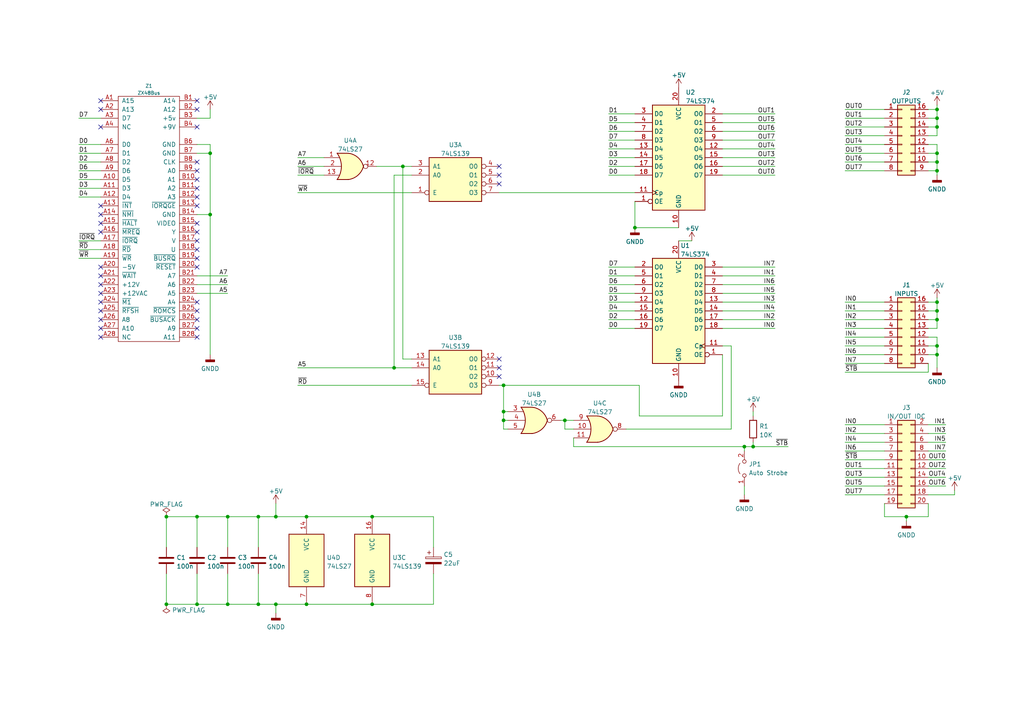
<source format=kicad_sch>
(kicad_sch (version 20211123) (generator eeschema)
  (paper "A4")
  (title_block (title "PIO-SP Clone") (date "2023-11-24") (rev "ISS01"))
  (lib_symbols
    (symbol "74xx:74LS139" (pin_names (offset 1.016))
      (property "Reference" "U" (at -7.62 8.89 0))
      (property "Value" "74LS139" (at -7.62 -8.89 0))
      (symbol "74LS139_1_0"
        (pin input inverted (at -12.7 -5.08 0) (length 5.08) (name "E") (number "1"))
        (pin input line (at -12.7 0 0) (length 5.08) (name "A0") (number "2"))
        (pin input line (at -12.7 2.54 0) (length 5.08) (name "A1") (number "3"))
        (pin output inverted (at 12.7 2.54 180) (length 5.08) (name "O0") (number "4"))
        (pin output inverted (at 12.7 0 180) (length 5.08) (name "O1") (number "5"))
        (pin output inverted (at 12.7 -2.54 180) (length 5.08) (name "O2") (number "6"))
        (pin output inverted (at 12.7 -5.08 180) (length 5.08) (name "O3") (number "7"))
      )
      (symbol "74LS139_1_1"
        (rectangle (start -7.62 5.08) (end 7.62 -7.62) (stroke (width 0.254)) (fill (type background)))
      )
      (symbol "74LS139_2_0"
        (pin output inverted (at 12.7 -2.54 180) (length 5.08) (name "O2") (number "10"))
        (pin output inverted (at 12.7 0 180) (length 5.08) (name "O1") (number "11"))
        (pin output inverted (at 12.7 2.54 180) (length 5.08) (name "O0") (number "12"))
        (pin input line (at -12.7 2.54 0) (length 5.08) (name "A1") (number "13"))
        (pin input line (at -12.7 0 0) (length 5.08) (name "A0") (number "14"))
        (pin input inverted (at -12.7 -5.08 0) (length 5.08) (name "E") (number "15"))
        (pin output inverted (at 12.7 -5.08 180) (length 5.08) (name "O3") (number "9"))
      )
      (symbol "74LS139_2_1"
        (rectangle (start -7.62 5.08) (end 7.62 -7.62) (stroke (width 0.254)) (fill (type background)))
      )
      (symbol "74LS139_3_0"
        (pin power_in line (at 0 12.7 270) (length 5.08) (name "VCC") (number "16"))
        (pin power_in line (at 0 -12.7 90) (length 5.08) (name "GND") (number "8"))
      )
      (symbol "74LS139_3_1"
        (rectangle (start -5.08 7.62) (end 5.08 -7.62) (stroke (width 0.254)) (fill (type background)))
      )
    )
    (symbol "74xx:74LS27" (pin_names (offset 1.016))
      (property "Reference" "U" (at 0 1.27 0))
      (property "Value" "74LS27" (at 0 -1.27 0))
      (symbol "74LS27_1_1"
        (arc (start -3.81 -3.81) (mid -2.589 0) (end -3.81 3.81) (stroke (width 0.254)))
        (arc (start -0.6096 -3.81) (mid 2.1842 -2.5851) (end 3.81 0) (stroke (width 0.254)) (fill (type background)))
        (polyline (pts (xy -3.81 -3.81) (xy -0.635 -3.81)) (stroke (width 0.254)) (fill (type background)))
        (polyline (pts (xy -3.81 3.81) (xy -0.635 3.81)) (stroke (width 0.254)) (fill (type background)))
        (polyline (pts (xy -0.635 3.81) (xy -3.81 3.81) (xy -3.81 3.81) (xy -3.556 3.4036) (xy -3.0226 2.2606) (xy -2.6924 1.0414) (xy -2.6162 -0.254) (xy -2.7686 -1.4986) (xy -3.175 -2.7178) (xy -3.81 -3.81) (xy -3.81 -3.81) (xy -0.635 -3.81)) (stroke (width -25.4)) (fill (type background)))
        (arc (start 3.81 0) (mid 2.1915 2.5936) (end -0.6096 3.81) (stroke (width 0.254)) (fill (type background)))
        (pin input line (at -7.62 2.54 0) (length 4.318) (name "~") (number "1"))
        (pin output inverted (at 7.62 0 180) (length 3.81) (name "~") (number "12"))
        (pin input line (at -7.62 -2.54 0) (length 4.318) (name "~") (number "13"))
        (pin input line (at -7.62 0 0) (length 4.953) (name "~") (number "2"))
      )
      (symbol "74LS27_1_2"
        (arc (start 0 -3.81) (mid 3.81 0) (end 0 3.81) (stroke (width 0.254)) (fill (type background)))
        (polyline (pts (xy 0 3.81) (xy -3.81 3.81) (xy -3.81 -3.81) (xy 0 -3.81)) (stroke (width 0.254)) (fill (type background)))
        (pin input inverted (at -7.62 2.54 0) (length 3.81) (name "~") (number "1"))
        (pin output line (at 7.62 0 180) (length 3.81) (name "~") (number "12"))
        (pin input inverted (at -7.62 -2.54 0) (length 3.81) (name "~") (number "13"))
        (pin input inverted (at -7.62 0 0) (length 3.81) (name "~") (number "2"))
      )
      (symbol "74LS27_2_1"
        (arc (start -3.81 -3.81) (mid -2.589 0) (end -3.81 3.81) (stroke (width 0.254)))
        (arc (start -0.6096 -3.81) (mid 2.1842 -2.5851) (end 3.81 0) (stroke (width 0.254)) (fill (type background)))
        (polyline (pts (xy -3.81 -3.81) (xy -0.635 -3.81)) (stroke (width 0.254)) (fill (type background)))
        (polyline (pts (xy -3.81 3.81) (xy -0.635 3.81)) (stroke (width 0.254)) (fill (type background)))
        (polyline (pts (xy -0.635 3.81) (xy -3.81 3.81) (xy -3.81 3.81) (xy -3.556 3.4036) (xy -3.0226 2.2606) (xy -2.6924 1.0414) (xy -2.6162 -0.254) (xy -2.7686 -1.4986) (xy -3.175 -2.7178) (xy -3.81 -3.81) (xy -3.81 -3.81) (xy -0.635 -3.81)) (stroke (width -25.4)) (fill (type background)))
        (arc (start 3.81 0) (mid 2.1915 2.5936) (end -0.6096 3.81) (stroke (width 0.254)) (fill (type background)))
        (pin input line (at -7.62 2.54 0) (length 4.318) (name "~") (number "3"))
        (pin input line (at -7.62 0 0) (length 4.953) (name "~") (number "4"))
        (pin input line (at -7.62 -2.54 0) (length 4.318) (name "~") (number "5"))
        (pin output inverted (at 7.62 0 180) (length 3.81) (name "~") (number "6"))
      )
      (symbol "74LS27_2_2"
        (arc (start 0 -3.81) (mid 3.81 0) (end 0 3.81) (stroke (width 0.254)) (fill (type background)))
        (polyline (pts (xy 0 3.81) (xy -3.81 3.81) (xy -3.81 -3.81) (xy 0 -3.81)) (stroke (width 0.254)) (fill (type background)))
        (pin input inverted (at -7.62 2.54 0) (length 3.81) (name "~") (number "3"))
        (pin input inverted (at -7.62 0 0) (length 3.81) (name "~") (number "4"))
        (pin input inverted (at -7.62 -2.54 0) (length 3.81) (name "~") (number "5"))
        (pin output line (at 7.62 0 180) (length 3.81) (name "~") (number "6"))
      )
      (symbol "74LS27_3_1"
        (arc (start -3.81 -3.81) (mid -2.589 0) (end -3.81 3.81) (stroke (width 0.254)))
        (arc (start -0.6096 -3.81) (mid 2.1842 -2.5851) (end 3.81 0) (stroke (width 0.254)) (fill (type background)))
        (polyline (pts (xy -3.81 -3.81) (xy -0.635 -3.81)) (stroke (width 0.254)) (fill (type background)))
        (polyline (pts (xy -3.81 3.81) (xy -0.635 3.81)) (stroke (width 0.254)) (fill (type background)))
        (polyline (pts (xy -0.635 3.81) (xy -3.81 3.81) (xy -3.81 3.81) (xy -3.556 3.4036) (xy -3.0226 2.2606) (xy -2.6924 1.0414) (xy -2.6162 -0.254) (xy -2.7686 -1.4986) (xy -3.175 -2.7178) (xy -3.81 -3.81) (xy -3.81 -3.81) (xy -0.635 -3.81)) (stroke (width -25.4)) (fill (type background)))
        (arc (start 3.81 0) (mid 2.1915 2.5936) (end -0.6096 3.81) (stroke (width 0.254)) (fill (type background)))
        (pin input line (at -7.62 0 0) (length 4.953) (name "~") (number "10"))
        (pin input line (at -7.62 -2.54 0) (length 4.318) (name "~") (number "11"))
        (pin output inverted (at 7.62 0 180) (length 3.81) (name "~") (number "8"))
        (pin input line (at -7.62 2.54 0) (length 4.318) (name "~") (number "9"))
      )
      (symbol "74LS27_3_2"
        (arc (start 0 -3.81) (mid 3.81 0) (end 0 3.81) (stroke (width 0.254)) (fill (type background)))
        (polyline (pts (xy 0 3.81) (xy -3.81 3.81) (xy -3.81 -3.81) (xy 0 -3.81)) (stroke (width 0.254)) (fill (type background)))
        (pin input inverted (at -7.62 0 0) (length 3.81) (name "~") (number "10"))
        (pin input inverted (at -7.62 -2.54 0) (length 3.81) (name "~") (number "11"))
        (pin output line (at 7.62 0 180) (length 3.81) (name "~") (number "8"))
        (pin input inverted (at -7.62 2.54 0) (length 3.81) (name "~") (number "9"))
      )
      (symbol "74LS27_4_0"
        (pin power_in line (at 0 12.7 270) (length 5.08) (name "VCC") (number "14"))
        (pin power_in line (at 0 -12.7 90) (length 5.08) (name "GND") (number "7"))
      )
      (symbol "74LS27_4_1"
        (rectangle (start -5.08 7.62) (end 5.08 -7.62) (stroke (width 0.254)) (fill (type background)))
      )
    )
    (symbol "74xx:74LS374"
      (property "Reference" "U" (at -7.62 16.51 0))
      (property "Value" "74LS374" (at -7.62 -16.51 0))
      (symbol "74LS374_1_0"
        (pin input inverted (at -12.7 -12.7 0) (length 5.08) (name "OE") (number "1"))
        (pin power_in line (at 0 -20.32 90) (length 5.08) (name "GND") (number "10"))
        (pin input clock (at -12.7 -10.16 0) (length 5.08) (name "Cp") (number "11"))
        (pin tri_state line (at 12.7 2.54 180) (length 5.08) (name "O4") (number "12"))
        (pin input line (at -12.7 2.54 0) (length 5.08) (name "D4") (number "13"))
        (pin input line (at -12.7 0 0) (length 5.08) (name "D5") (number "14"))
        (pin tri_state line (at 12.7 0 180) (length 5.08) (name "O5") (number "15"))
        (pin tri_state line (at 12.7 -2.54 180) (length 5.08) (name "O6") (number "16"))
        (pin input line (at -12.7 -2.54 0) (length 5.08) (name "D6") (number "17"))
        (pin input line (at -12.7 -5.08 0) (length 5.08) (name "D7") (number "18"))
        (pin tri_state line (at 12.7 -5.08 180) (length 5.08) (name "O7") (number "19"))
        (pin tri_state line (at 12.7 12.7 180) (length 5.08) (name "O0") (number "2"))
        (pin power_in line (at 0 20.32 270) (length 5.08) (name "VCC") (number "20"))
        (pin input line (at -12.7 12.7 0) (length 5.08) (name "D0") (number "3"))
        (pin input line (at -12.7 10.16 0) (length 5.08) (name "D1") (number "4"))
        (pin tri_state line (at 12.7 10.16 180) (length 5.08) (name "O1") (number "5"))
        (pin tri_state line (at 12.7 7.62 180) (length 5.08) (name "O2") (number "6"))
        (pin input line (at -12.7 7.62 0) (length 5.08) (name "D2") (number "7"))
        (pin input line (at -12.7 5.08 0) (length 5.08) (name "D3") (number "8"))
        (pin tri_state line (at 12.7 5.08 180) (length 5.08) (name "O3") (number "9"))
      )
      (symbol "74LS374_1_1"
        (rectangle (start -7.62 15.24) (end 7.62 -15.24) (stroke (width 0.254)) (fill (type background)))
      )
    )
    (symbol "Connector_Generic:Conn_02x08_Counter_Clockwise" (pin_names (offset 1.016) hide)
      (property "Reference" "J" (at 1.27 10.16 0))
      (property "Value" "Conn_02x08_Counter_Clockwise" (at 1.27 -12.7 0))
      (symbol "Conn_02x08_Counter_Clockwise_1_1"
        (rectangle (start -1.27 -10.033) (end 0 -10.287) (stroke (width 0.1524)))
        (rectangle (start -1.27 -7.493) (end 0 -7.747) (stroke (width 0.1524)))
        (rectangle (start -1.27 -4.953) (end 0 -5.207) (stroke (width 0.1524)))
        (rectangle (start -1.27 -2.413) (end 0 -2.667) (stroke (width 0.1524)))
        (rectangle (start -1.27 0.127) (end 0 -0.127) (stroke (width 0.1524)))
        (rectangle (start -1.27 2.667) (end 0 2.413) (stroke (width 0.1524)))
        (rectangle (start -1.27 5.207) (end 0 4.953) (stroke (width 0.1524)))
        (rectangle (start -1.27 7.747) (end 0 7.493) (stroke (width 0.1524)))
        (rectangle (start -1.27 8.89) (end 3.81 -11.43) (stroke (width 0.254)) (fill (type background)))
        (rectangle (start 3.81 -10.033) (end 2.54 -10.287) (stroke (width 0.1524)))
        (rectangle (start 3.81 -7.493) (end 2.54 -7.747) (stroke (width 0.1524)))
        (rectangle (start 3.81 -4.953) (end 2.54 -5.207) (stroke (width 0.1524)))
        (rectangle (start 3.81 -2.413) (end 2.54 -2.667) (stroke (width 0.1524)))
        (rectangle (start 3.81 0.127) (end 2.54 -0.127) (stroke (width 0.1524)))
        (rectangle (start 3.81 2.667) (end 2.54 2.413) (stroke (width 0.1524)))
        (rectangle (start 3.81 5.207) (end 2.54 4.953) (stroke (width 0.1524)))
        (rectangle (start 3.81 7.747) (end 2.54 7.493) (stroke (width 0.1524)))
        (pin passive line (at -5.08 7.62 0) (length 3.81) (name "Pin_1") (number "1"))
        (pin passive line (at 7.62 -7.62 180) (length 3.81) (name "Pin_10") (number "10"))
        (pin passive line (at 7.62 -5.08 180) (length 3.81) (name "Pin_11") (number "11"))
        (pin passive line (at 7.62 -2.54 180) (length 3.81) (name "Pin_12") (number "12"))
        (pin passive line (at 7.62 0 180) (length 3.81) (name "Pin_13") (number "13"))
        (pin passive line (at 7.62 2.54 180) (length 3.81) (name "Pin_14") (number "14"))
        (pin passive line (at 7.62 5.08 180) (length 3.81) (name "Pin_15") (number "15"))
        (pin passive line (at 7.62 7.62 180) (length 3.81) (name "Pin_16") (number "16"))
        (pin passive line (at -5.08 5.08 0) (length 3.81) (name "Pin_2") (number "2"))
        (pin passive line (at -5.08 2.54 0) (length 3.81) (name "Pin_3") (number "3"))
        (pin passive line (at -5.08 0 0) (length 3.81) (name "Pin_4") (number "4"))
        (pin passive line (at -5.08 -2.54 0) (length 3.81) (name "Pin_5") (number "5"))
        (pin passive line (at -5.08 -5.08 0) (length 3.81) (name "Pin_6") (number "6"))
        (pin passive line (at -5.08 -7.62 0) (length 3.81) (name "Pin_7") (number "7"))
        (pin passive line (at -5.08 -10.16 0) (length 3.81) (name "Pin_8") (number "8"))
        (pin passive line (at 7.62 -10.16 180) (length 3.81) (name "Pin_9") (number "9"))
      )
    )
    (symbol "Connector_Generic:Conn_02x10_Odd_Even" (pin_names (offset 1.016) hide)
      (property "Reference" "J" (at 1.27 12.7 0))
      (property "Value" "Conn_02x10_Odd_Even" (at 1.27 -15.24 0))
      (symbol "Conn_02x10_Odd_Even_1_1"
        (rectangle (start -1.27 -12.573) (end 0 -12.827) (stroke (width 0.1524)))
        (rectangle (start -1.27 -10.033) (end 0 -10.287) (stroke (width 0.1524)))
        (rectangle (start -1.27 -7.493) (end 0 -7.747) (stroke (width 0.1524)))
        (rectangle (start -1.27 -4.953) (end 0 -5.207) (stroke (width 0.1524)))
        (rectangle (start -1.27 -2.413) (end 0 -2.667) (stroke (width 0.1524)))
        (rectangle (start -1.27 0.127) (end 0 -0.127) (stroke (width 0.1524)))
        (rectangle (start -1.27 2.667) (end 0 2.413) (stroke (width 0.1524)))
        (rectangle (start -1.27 5.207) (end 0 4.953) (stroke (width 0.1524)))
        (rectangle (start -1.27 7.747) (end 0 7.493) (stroke (width 0.1524)))
        (rectangle (start -1.27 10.287) (end 0 10.033) (stroke (width 0.1524)))
        (rectangle (start -1.27 11.43) (end 3.81 -13.97) (stroke (width 0.254)) (fill (type background)))
        (rectangle (start 3.81 -12.573) (end 2.54 -12.827) (stroke (width 0.1524)))
        (rectangle (start 3.81 -10.033) (end 2.54 -10.287) (stroke (width 0.1524)))
        (rectangle (start 3.81 -7.493) (end 2.54 -7.747) (stroke (width 0.1524)))
        (rectangle (start 3.81 -4.953) (end 2.54 -5.207) (stroke (width 0.1524)))
        (rectangle (start 3.81 -2.413) (end 2.54 -2.667) (stroke (width 0.1524)))
        (rectangle (start 3.81 0.127) (end 2.54 -0.127) (stroke (width 0.1524)))
        (rectangle (start 3.81 2.667) (end 2.54 2.413) (stroke (width 0.1524)))
        (rectangle (start 3.81 5.207) (end 2.54 4.953) (stroke (width 0.1524)))
        (rectangle (start 3.81 7.747) (end 2.54 7.493) (stroke (width 0.1524)))
        (rectangle (start 3.81 10.287) (end 2.54 10.033) (stroke (width 0.1524)))
        (pin passive line (at -5.08 10.16 0) (length 3.81) (name "Pin_1") (number "1"))
        (pin passive line (at 7.62 0 180) (length 3.81) (name "Pin_10") (number "10"))
        (pin passive line (at -5.08 -2.54 0) (length 3.81) (name "Pin_11") (number "11"))
        (pin passive line (at 7.62 -2.54 180) (length 3.81) (name "Pin_12") (number "12"))
        (pin passive line (at -5.08 -5.08 0) (length 3.81) (name "Pin_13") (number "13"))
        (pin passive line (at 7.62 -5.08 180) (length 3.81) (name "Pin_14") (number "14"))
        (pin passive line (at -5.08 -7.62 0) (length 3.81) (name "Pin_15") (number "15"))
        (pin passive line (at 7.62 -7.62 180) (length 3.81) (name "Pin_16") (number "16"))
        (pin passive line (at -5.08 -10.16 0) (length 3.81) (name "Pin_17") (number "17"))
        (pin passive line (at 7.62 -10.16 180) (length 3.81) (name "Pin_18") (number "18"))
        (pin passive line (at -5.08 -12.7 0) (length 3.81) (name "Pin_19") (number "19"))
        (pin passive line (at 7.62 10.16 180) (length 3.81) (name "Pin_2") (number "2"))
        (pin passive line (at 7.62 -12.7 180) (length 3.81) (name "Pin_20") (number "20"))
        (pin passive line (at -5.08 7.62 0) (length 3.81) (name "Pin_3") (number "3"))
        (pin passive line (at 7.62 7.62 180) (length 3.81) (name "Pin_4") (number "4"))
        (pin passive line (at -5.08 5.08 0) (length 3.81) (name "Pin_5") (number "5"))
        (pin passive line (at 7.62 5.08 180) (length 3.81) (name "Pin_6") (number "6"))
        (pin passive line (at -5.08 2.54 0) (length 3.81) (name "Pin_7") (number "7"))
        (pin passive line (at 7.62 2.54 180) (length 3.81) (name "Pin_8") (number "8"))
        (pin passive line (at -5.08 0 0) (length 3.81) (name "Pin_9") (number "9"))
      )
    )
    (symbol "Device:C" (pin_numbers hide) (pin_names (offset 0.254))
      (property "Reference" "C" (at 0.635 2.54 0))
      (property "Value" "C" (at 0.635 -2.54 0))
      (symbol "C_0_1"
        (polyline (pts (xy -2.032 -0.762) (xy 2.032 -0.762)) (stroke (width 0.508)))
        (polyline (pts (xy -2.032 0.762) (xy 2.032 0.762)) (stroke (width 0.508)))
      )
      (symbol "C_1_1"
        (pin passive line (at 0 3.81 270) (length 2.794) (name "~") (number "1"))
        (pin passive line (at 0 -3.81 90) (length 2.794) (name "~") (number "2"))
      )
    )
    (symbol "Device:C_Polarized" (pin_numbers hide) (pin_names (offset 0.254))
      (property "Reference" "C" (at 0.635 2.54 0))
      (property "Value" "C_Polarized" (at 0.635 -2.54 0))
      (symbol "C_Polarized_0_1"
        (rectangle (start -2.286 0.508) (end 2.286 1.016))
        (polyline (pts (xy -1.778 2.286) (xy -0.762 2.286)))
        (polyline (pts (xy -1.27 2.794) (xy -1.27 1.778)))
        (rectangle (start 2.286 -0.508) (end -2.286 -1.016) (fill (type outline)))
      )
      (symbol "C_Polarized_1_1"
        (pin passive line (at 0 3.81 270) (length 2.794) (name "~") (number "1"))
        (pin passive line (at 0 -3.81 90) (length 2.794) (name "~") (number "2"))
      )
    )
    (symbol "Device:R" (pin_numbers hide) (pin_names (offset 0))
      (property "Reference" "R" (at 2.032 0 90))
      (property "Value" "R" (at 0 0 90))
      (symbol "R_0_1"
        (rectangle (start -1.016 -2.54) (end 1.016 2.54) (stroke (width 0.254)))
      )
      (symbol "R_1_1"
        (pin passive line (at 0 3.81 270) (length 1.27) (name "~") (number "1"))
        (pin passive line (at 0 -3.81 90) (length 1.27) (name "~") (number "2"))
      )
    )
    (symbol "Jumper:Jumper_2_Open" (pin_names (offset 0) hide)
      (property "Reference" "JP" (at 0 2.794 0))
      (property "Value" "Jumper_2_Open" (at 0 -2.286 0))
      (symbol "Jumper_2_Open_0_0"
        (circle (center -2.032 0) (radius 0.508))
        (circle (center 2.032 0) (radius 0.508))
      )
      (symbol "Jumper_2_Open_0_1"
        (arc (start 1.524 1.27) (mid 0 1.778) (end -1.524 1.27))
      )
      (symbol "Jumper_2_Open_1_1"
        (pin passive line (at -5.08 0 0) (length 2.54) (name "A") (number "1"))
        (pin passive line (at 5.08 0 180) (length 2.54) (name "B") (number "2"))
      )
    )
    (symbol "power:+5V" (power) (pin_names (offset 0))
      (property "Value" "+5V" (at 0 3.556 0))
      (symbol "+5V_0_1"
        (polyline (pts (xy -0.762 1.27) (xy 0 2.54)))
        (polyline (pts (xy 0 0) (xy 0 2.54)))
        (polyline (pts (xy 0 2.54) (xy 0.762 1.27)))
      )
      (symbol "+5V_1_1"
        (pin power_in line (at 0 0 90) (length 0) hide (name "+5V") (number "1"))
      )
    )
    (symbol "power:GNDD" (power) (pin_names (offset 0))
      (property "Value" "GNDD" (at 0 -3.175 0))
      (symbol "GNDD_0_1"
        (rectangle (start -1.27 -1.524) (end 1.27 -2.032) (stroke (width 0.254)) (fill (type outline)))
        (polyline (pts (xy 0 0) (xy 0 -1.524)))
      )
      (symbol "GNDD_1_1"
        (pin power_in line (at 0 0 270) (length 0) hide (name "GNDD") (number "1"))
      )
    )
    (symbol "power:PWR_FLAG" (power) (pin_numbers hide) (pin_names (offset 0) hide)
      (property "Value" "PWR_FLAG" (at 0 3.81 0))
      (symbol "PWR_FLAG_0_0"
        (pin power_out line (at 0 0 90) (length 0) (name "pwr") (number "1"))
      )
      (symbol "PWR_FLAG_0_1"
        (polyline (pts (xy 0 0) (xy 0 1.27) (xy -1.016 1.905) (xy 0 2.54) (xy 1.016 1.905) (xy 0 1.27)))
      )
    )
    (symbol "zxbus:ZX48Bus" (pin_names (offset 1.016))
      (property "Reference" "Z1" (at 8.89 85.5603 0))
      (property "Value" "ZX48Bus" (at 8.89 83.5256 0))
      (symbol "ZX48Bus_0_0"
        (rectangle (start 0 82.55) (end 17.78 11.43))
      )
      (symbol "ZX48Bus_1_1"
        (pin output line (at -5.08 81.28 0) (length 5.08) (name "A15") (number "A1"))
        (pin bidirectional line (at -5.08 58.42 0) (length 5.08) (name "D5") (number "A10"))
        (pin bidirectional line (at -5.08 55.88 0) (length 5.08) (name "D3") (number "A11"))
        (pin bidirectional line (at -5.08 53.34 0) (length 5.08) (name "D4") (number "A12"))
        (pin input line (at -5.08 50.8 0) (length 5.08) (name "~{INT}") (number "A13"))
        (pin input line (at -5.08 48.26 0) (length 5.08) (name "~{NMI}") (number "A14"))
        (pin input line (at -5.08 45.72 0) (length 5.08) (name "~{HALT}") (number "A15"))
        (pin output line (at -5.08 43.18 0) (length 5.08) (name "~{MREQ}") (number "A16"))
        (pin output line (at -5.08 40.64 0) (length 5.08) (name "~{IORQ}") (number "A17"))
        (pin output line (at -5.08 38.1 0) (length 5.08) (name "~{RD}") (number "A18"))
        (pin output line (at -5.08 35.56 0) (length 5.08) (name "~{WR}") (number "A19"))
        (pin output line (at -5.08 78.74 0) (length 5.08) (name "A13") (number "A2"))
        (pin input line (at -5.08 33.02 0) (length 5.08) (name "-5V") (number "A20"))
        (pin input line (at -5.08 30.48 0) (length 5.08) (name "~{WAIT}") (number "A21"))
        (pin input line (at -5.08 27.94 0) (length 5.08) (name "+12V") (number "A22"))
        (pin input line (at -5.08 25.4 0) (length 5.08) (name "+12VAC") (number "A23"))
        (pin input line (at -5.08 22.86 0) (length 5.08) (name "~{M1}") (number "A24"))
        (pin input line (at -5.08 20.32 0) (length 5.08) (name "~{RFSH}") (number "A25"))
        (pin output line (at -5.08 17.78 0) (length 5.08) (name "A8") (number "A26"))
        (pin output line (at -5.08 15.24 0) (length 5.08) (name "A10") (number "A27"))
        (pin input line (at -5.08 12.7 0) (length 5.08) (name "NC") (number "A28"))
        (pin bidirectional line (at -5.08 76.2 0) (length 5.08) (name "D7") (number "A3"))
        (pin output line (at -5.08 73.66 0) (length 5.08) (name "NC") (number "A4"))
        (pin bidirectional line (at -5.08 68.58 0) (length 5.08) (name "D0") (number "A6"))
        (pin bidirectional line (at -5.08 66.04 0) (length 5.08) (name "D1") (number "A7"))
        (pin bidirectional line (at -5.08 63.5 0) (length 5.08) (name "D2") (number "A8"))
        (pin bidirectional line (at -5.08 60.96 0) (length 5.08) (name "D6") (number "A9"))
        (pin output line (at 22.86 81.28 180) (length 5.08) (name "A14") (number "B1"))
        (pin output line (at 22.86 58.42 180) (length 5.08) (name "A1") (number "B10"))
        (pin output line (at 22.86 55.88 180) (length 5.08) (name "A2") (number "B11"))
        (pin output line (at 22.86 53.34 180) (length 5.08) (name "A3") (number "B12"))
        (pin input line (at 22.86 50.8 180) (length 5.08) (name "~{IORQGE}") (number "B13"))
        (pin input line (at 22.86 48.26 180) (length 5.08) (name "GND") (number "B14"))
        (pin input line (at 22.86 45.72 180) (length 5.08) (name "VIDEO") (number "B15"))
        (pin input line (at 22.86 43.18 180) (length 5.08) (name "Y") (number "B16"))
        (pin input line (at 22.86 40.64 180) (length 5.08) (name "V") (number "B17"))
        (pin input line (at 22.86 38.1 180) (length 5.08) (name "U") (number "B18"))
        (pin input line (at 22.86 35.56 180) (length 5.08) (name "~{BUSRQ}") (number "B19"))
        (pin output line (at 22.86 78.74 180) (length 5.08) (name "A12") (number "B2"))
        (pin input line (at 22.86 33.02 180) (length 5.08) (name "~{RESET}") (number "B20"))
        (pin output line (at 22.86 30.48 180) (length 5.08) (name "A7") (number "B21"))
        (pin output line (at 22.86 27.94 180) (length 5.08) (name "A6") (number "B22"))
        (pin output line (at 22.86 25.4 180) (length 5.08) (name "A5") (number "B23"))
        (pin output line (at 22.86 22.86 180) (length 5.08) (name "A4") (number "B24"))
        (pin input line (at 22.86 20.32 180) (length 5.08) (name "~{ROMCS}") (number "B25"))
        (pin input line (at 22.86 17.78 180) (length 5.08) (name "~{BUSACK}") (number "B26"))
        (pin output line (at 22.86 15.24 180) (length 5.08) (name "A9") (number "B27"))
        (pin output line (at 22.86 12.7 180) (length 5.08) (name "A11") (number "B28"))
        (pin input line (at 22.86 76.2 180) (length 5.08) (name "+5v") (number "B3"))
        (pin input line (at 22.86 73.66 180) (length 5.08) (name "+9V") (number "B4"))
        (pin input line (at 22.86 68.58 180) (length 5.08) (name "GND") (number "B6"))
        (pin input line (at 22.86 66.04 180) (length 5.08) (name "GND") (number "B7"))
        (pin input line (at 22.86 63.5 180) (length 5.08) (name "CLK") (number "B8"))
        (pin output line (at 22.86 60.96 180) (length 5.08) (name "A0") (number "B9"))
      )
    )
  )
  (junction (at 271.78 49.53))
  (junction (at 116.84 48.26))
  (junction (at 74.93 149.86))
  (junction (at 80.01 149.86))
  (junction (at 66.04 149.86))
  (junction (at 88.9 149.86))
  (junction (at 146.05 111.76))
  (junction (at 271.78 90.17))
  (junction (at 60.96 62.23))
  (junction (at 218.44 129.54))
  (junction (at 57.15 175.26))
  (junction (at 271.78 100.33))
  (junction (at 48.26 149.86))
  (junction (at 60.96 44.45))
  (junction (at 271.78 102.87))
  (junction (at 146.05 119.38))
  (junction (at 184.15 66.04))
  (junction (at 146.05 121.92))
  (junction (at 271.78 92.71))
  (junction (at 107.95 149.86))
  (junction (at 271.78 46.99))
  (junction (at 271.78 87.63))
  (junction (at 262.89 149.86))
  (junction (at 163.83 121.92))
  (junction (at 88.9 175.26))
  (junction (at 107.95 175.26))
  (junction (at 215.9 129.54))
  (junction (at 48.26 175.26))
  (junction (at 271.78 36.83))
  (junction (at 271.78 44.45))
  (junction (at 271.78 34.29))
  (junction (at 271.78 31.75))
  (junction (at 80.01 175.26))
  (junction (at 66.04 175.26))
  (junction (at 74.93 175.26))
  (junction (at 114.3 106.68))
  (junction (at 57.15 149.86))
  (no_connect (at 57.15 97.79))
  (no_connect (at 57.15 95.25))
  (no_connect (at 57.15 92.71))
  (no_connect (at 57.15 90.17))
  (no_connect (at 57.15 87.63))
  (no_connect (at 29.21 97.79))
  (no_connect (at 144.78 109.22))
  (no_connect (at 144.78 106.68))
  (no_connect (at 144.78 104.14))
  (no_connect (at 144.78 53.34))
  (no_connect (at 144.78 48.26))
  (no_connect (at 144.78 50.8))
  (no_connect (at 29.21 59.69))
  (no_connect (at 29.21 62.23))
  (no_connect (at 29.21 64.77))
  (no_connect (at 29.21 67.31))
  (no_connect (at 29.21 29.21))
  (no_connect (at 29.21 31.75))
  (no_connect (at 29.21 36.83))
  (no_connect (at 57.15 46.99))
  (no_connect (at 57.15 49.53))
  (no_connect (at 57.15 52.07))
  (no_connect (at 57.15 54.61))
  (no_connect (at 57.15 57.15))
  (no_connect (at 57.15 59.69))
  (no_connect (at 57.15 36.83))
  (no_connect (at 57.15 29.21))
  (no_connect (at 57.15 31.75))
  (no_connect (at 57.15 64.77))
  (no_connect (at 57.15 67.31))
  (no_connect (at 57.15 69.85))
  (no_connect (at 57.15 72.39))
  (no_connect (at 57.15 74.93))
  (no_connect (at 57.15 77.47))
  (no_connect (at 29.21 77.47))
  (no_connect (at 29.21 80.01))
  (no_connect (at 29.21 82.55))
  (no_connect (at 29.21 85.09))
  (no_connect (at 29.21 87.63))
  (no_connect (at 29.21 90.17))
  (no_connect (at 29.21 92.71))
  (no_connect (at 29.21 95.25))
  (wire (pts (xy 80.01 149.86) (xy 88.9 149.86)))
  (wire (pts (xy 271.78 49.53) (xy 271.78 46.99)))
  (wire (pts (xy 271.78 92.71) (xy 271.78 90.17)))
  (wire (pts (xy 269.24 97.79) (xy 271.78 97.79)))
  (wire (pts (xy 209.55 43.18) (xy 224.79 43.18)))
  (wire (pts (xy 215.9 140.97) (xy 215.9 143.51)))
  (wire (pts (xy 22.86 72.39) (xy 29.21 72.39)))
  (wire (pts (xy 22.86 41.91) (xy 29.21 41.91)))
  (wire (pts (xy 80.01 146.05) (xy 80.01 149.86)))
  (wire (pts (xy 107.95 149.86) (xy 88.9 149.86)))
  (wire (pts (xy 271.78 41.91) (xy 269.24 41.91)))
  (wire (pts (xy 22.86 44.45) (xy 29.21 44.45)))
  (wire (pts (xy 22.86 69.85) (xy 29.21 69.85)))
  (wire (pts (xy 176.53 33.02) (xy 184.15 33.02)))
  (wire (pts (xy 269.24 92.71) (xy 271.78 92.71)))
  (wire (pts (xy 245.11 140.97) (xy 256.54 140.97)))
  (wire (pts (xy 57.15 80.01) (xy 66.04 80.01)))
  (wire (pts (xy 215.9 130.81) (xy 215.9 129.54)))
  (wire (pts (xy 262.89 149.86) (xy 269.24 149.86)))
  (wire (pts (xy 245.11 135.89) (xy 256.54 135.89)))
  (wire (pts (xy 269.24 31.75) (xy 271.78 31.75)))
  (wire (pts (xy 245.11 143.51) (xy 256.54 143.51)))
  (wire (pts (xy 209.55 33.02) (xy 224.79 33.02)))
  (wire (pts (xy 269.24 87.63) (xy 271.78 87.63)))
  (wire (pts (xy 218.44 129.54) (xy 228.6 129.54)))
  (wire (pts (xy 269.24 149.86) (xy 269.24 146.05)))
  (wire (pts (xy 181.61 124.46) (xy 212.09 124.46)))
  (wire (pts (xy 116.84 48.26) (xy 119.38 48.26)))
  (wire (pts (xy 245.11 46.99) (xy 256.54 46.99)))
  (wire (pts (xy 185.42 120.65) (xy 209.55 120.65)))
  (wire (pts (xy 86.36 55.88) (xy 119.38 55.88)))
  (wire (pts (xy 66.04 149.86) (xy 57.15 149.86)))
  (wire (pts (xy 146.05 124.46) (xy 146.05 121.92)))
  (wire (pts (xy 185.42 111.76) (xy 185.42 120.65)))
  (wire (pts (xy 66.04 149.86) (xy 66.04 158.75)))
  (wire (pts (xy 269.24 49.53) (xy 271.78 49.53)))
  (wire (pts (xy 245.11 44.45) (xy 256.54 44.45)))
  (wire (pts (xy 212.09 100.33) (xy 209.55 100.33)))
  (wire (pts (xy 209.55 87.63) (xy 224.79 87.63)))
  (wire (pts (xy 176.53 38.1) (xy 184.15 38.1)))
  (wire (pts (xy 209.55 45.72) (xy 224.79 45.72)))
  (wire (pts (xy 107.95 175.26) (xy 88.9 175.26)))
  (wire (pts (xy 80.01 175.26) (xy 80.01 177.8)))
  (wire (pts (xy 176.53 43.18) (xy 184.15 43.18)))
  (wire (pts (xy 74.93 175.26) (xy 66.04 175.26)))
  (wire (pts (xy 245.11 49.53) (xy 256.54 49.53)))
  (wire (pts (xy 271.78 100.33) (xy 269.24 100.33)))
  (wire (pts (xy 60.96 62.23) (xy 60.96 102.87)))
  (wire (pts (xy 86.36 106.68) (xy 114.3 106.68)))
  (wire (pts (xy 271.78 41.91) (xy 271.78 44.45)))
  (wire (pts (xy 256.54 146.05) (xy 256.54 149.86)))
  (wire (pts (xy 109.22 48.26) (xy 116.84 48.26)))
  (wire (pts (xy 271.78 106.68) (xy 271.78 102.87)))
  (wire (pts (xy 262.89 149.86) (xy 262.89 151.13)))
  (wire (pts (xy 86.36 45.72) (xy 93.98 45.72)))
  (wire (pts (xy 271.78 90.17) (xy 271.78 87.63)))
  (wire (pts (xy 269.24 46.99) (xy 271.78 46.99)))
  (wire (pts (xy 184.15 58.42) (xy 184.15 66.04)))
  (wire (pts (xy 163.83 124.46) (xy 163.83 121.92)))
  (wire (pts (xy 271.78 36.83) (xy 271.78 39.37)))
  (wire (pts (xy 176.53 95.25) (xy 184.15 95.25)))
  (wire (pts (xy 86.36 48.26) (xy 93.98 48.26)))
  (wire (pts (xy 163.83 124.46) (xy 166.37 124.46)))
  (wire (pts (xy 218.44 128.27) (xy 218.44 129.54)))
  (wire (pts (xy 163.83 121.92) (xy 166.37 121.92)))
  (wire (pts (xy 271.78 102.87) (xy 271.78 100.33)))
  (wire (pts (xy 271.78 34.29) (xy 269.24 34.29)))
  (wire (pts (xy 245.11 34.29) (xy 256.54 34.29)))
  (wire (pts (xy 57.15 149.86) (xy 57.15 158.75)))
  (wire (pts (xy 176.53 90.17) (xy 184.15 90.17)))
  (wire (pts (xy 245.11 128.27) (xy 256.54 128.27)))
  (wire (pts (xy 245.11 105.41) (xy 256.54 105.41)))
  (wire (pts (xy 57.15 34.29) (xy 60.96 34.29)))
  (wire (pts (xy 209.55 90.17) (xy 224.79 90.17)))
  (wire (pts (xy 271.78 44.45) (xy 269.24 44.45)))
  (wire (pts (xy 245.11 107.95) (xy 269.24 107.95)))
  (wire (pts (xy 269.24 130.81) (xy 274.32 130.81)))
  (wire (pts (xy 57.15 82.55) (xy 66.04 82.55)))
  (wire (pts (xy 218.44 120.65) (xy 218.44 119.38)))
  (wire (pts (xy 256.54 149.86) (xy 262.89 149.86)))
  (wire (pts (xy 48.26 149.86) (xy 48.26 158.75)))
  (wire (pts (xy 245.11 87.63) (xy 256.54 87.63)))
  (wire (pts (xy 60.96 44.45) (xy 60.96 62.23)))
  (wire (pts (xy 60.96 44.45) (xy 57.15 44.45)))
  (wire (pts (xy 196.85 69.85) (xy 200.66 69.85)))
  (wire (pts (xy 269.24 95.25) (xy 271.78 95.25)))
  (wire (pts (xy 86.36 50.8) (xy 93.98 50.8)))
  (wire (pts (xy 74.93 149.86) (xy 66.04 149.86)))
  (wire (pts (xy 271.78 50.8) (xy 271.78 49.53)))
  (wire (pts (xy 245.11 90.17) (xy 256.54 90.17)))
  (wire (pts (xy 22.86 34.29) (xy 29.21 34.29)))
  (wire (pts (xy 22.86 46.99) (xy 29.21 46.99)))
  (wire (pts (xy 147.32 124.46) (xy 146.05 124.46)))
  (wire (pts (xy 245.11 97.79) (xy 256.54 97.79)))
  (wire (pts (xy 86.36 111.76) (xy 119.38 111.76)))
  (wire (pts (xy 209.55 120.65) (xy 209.55 102.87)))
  (wire (pts (xy 176.53 82.55) (xy 184.15 82.55)))
  (wire (pts (xy 176.53 85.09) (xy 184.15 85.09)))
  (wire (pts (xy 245.11 133.35) (xy 256.54 133.35)))
  (wire (pts (xy 209.55 80.01) (xy 224.79 80.01)))
  (wire (pts (xy 271.78 34.29) (xy 271.78 36.83)))
  (wire (pts (xy 271.78 97.79) (xy 271.78 100.33)))
  (wire (pts (xy 269.24 90.17) (xy 271.78 90.17)))
  (wire (pts (xy 60.96 41.91) (xy 60.96 44.45)))
  (wire (pts (xy 125.73 158.75) (xy 125.73 149.86)))
  (wire (pts (xy 116.84 104.14) (xy 116.84 48.26)))
  (wire (pts (xy 57.15 175.26) (xy 48.26 175.26)))
  (wire (pts (xy 245.11 31.75) (xy 256.54 31.75)))
  (wire (pts (xy 176.53 50.8) (xy 184.15 50.8)))
  (wire (pts (xy 245.11 123.19) (xy 256.54 123.19)))
  (wire (pts (xy 209.55 92.71) (xy 224.79 92.71)))
  (wire (pts (xy 176.53 87.63) (xy 184.15 87.63)))
  (wire (pts (xy 215.9 129.54) (xy 218.44 129.54)))
  (wire (pts (xy 269.24 138.43) (xy 274.32 138.43)))
  (wire (pts (xy 80.01 175.26) (xy 88.9 175.26)))
  (wire (pts (xy 245.11 138.43) (xy 256.54 138.43)))
  (wire (pts (xy 57.15 85.09) (xy 66.04 85.09)))
  (wire (pts (xy 269.24 125.73) (xy 274.32 125.73)))
  (wire (pts (xy 209.55 85.09) (xy 224.79 85.09)))
  (wire (pts (xy 209.55 40.64) (xy 224.79 40.64)))
  (wire (pts (xy 176.53 48.26) (xy 184.15 48.26)))
  (wire (pts (xy 57.15 149.86) (xy 48.26 149.86)))
  (wire (pts (xy 269.24 143.51) (xy 276.86 143.51)))
  (wire (pts (xy 22.86 54.61) (xy 29.21 54.61)))
  (wire (pts (xy 176.53 92.71) (xy 184.15 92.71)))
  (wire (pts (xy 209.55 38.1) (xy 224.79 38.1)))
  (wire (pts (xy 209.55 82.55) (xy 224.79 82.55)))
  (wire (pts (xy 146.05 119.38) (xy 146.05 111.76)))
  (wire (pts (xy 271.78 39.37) (xy 269.24 39.37)))
  (wire (pts (xy 57.15 166.37) (xy 57.15 175.26)))
  (wire (pts (xy 209.55 35.56) (xy 224.79 35.56)))
  (wire (pts (xy 144.78 111.76) (xy 146.05 111.76)))
  (wire (pts (xy 271.78 87.63) (xy 271.78 86.36)))
  (wire (pts (xy 176.53 45.72) (xy 184.15 45.72)))
  (wire (pts (xy 66.04 175.26) (xy 57.15 175.26)))
  (wire (pts (xy 209.55 50.8) (xy 224.79 50.8)))
  (wire (pts (xy 162.56 121.92) (xy 163.83 121.92)))
  (wire (pts (xy 224.79 77.47) (xy 209.55 77.47)))
  (wire (pts (xy 22.86 74.93) (xy 29.21 74.93)))
  (wire (pts (xy 269.24 123.19) (xy 274.32 123.19)))
  (wire (pts (xy 245.11 92.71) (xy 256.54 92.71)))
  (wire (pts (xy 22.86 57.15) (xy 29.21 57.15)))
  (wire (pts (xy 125.73 149.86) (xy 107.95 149.86)))
  (wire (pts (xy 125.73 175.26) (xy 107.95 175.26)))
  (wire (pts (xy 166.37 127) (xy 166.37 129.54)))
  (wire (pts (xy 57.15 41.91) (xy 60.96 41.91)))
  (wire (pts (xy 60.96 34.29) (xy 60.96 31.75)))
  (wire (pts (xy 212.09 124.46) (xy 212.09 100.33)))
  (wire (pts (xy 271.78 95.25) (xy 271.78 92.71)))
  (wire (pts (xy 74.93 166.37) (xy 74.93 175.26)))
  (wire (pts (xy 146.05 111.76) (xy 185.42 111.76)))
  (wire (pts (xy 271.78 30.48) (xy 271.78 31.75)))
  (wire (pts (xy 22.86 52.07) (xy 29.21 52.07)))
  (wire (pts (xy 48.26 175.26) (xy 48.26 166.37)))
  (wire (pts (xy 245.11 100.33) (xy 256.54 100.33)))
  (wire (pts (xy 276.86 143.51) (xy 276.86 142.24)))
  (wire (pts (xy 269.24 128.27) (xy 274.32 128.27)))
  (wire (pts (xy 146.05 121.92) (xy 146.05 119.38)))
  (wire (pts (xy 166.37 129.54) (xy 215.9 129.54)))
  (wire (pts (xy 66.04 166.37) (xy 66.04 175.26)))
  (wire (pts (xy 80.01 175.26) (xy 74.93 175.26)))
  (wire (pts (xy 245.11 130.81) (xy 256.54 130.81)))
  (wire (pts (xy 147.32 121.92) (xy 146.05 121.92)))
  (wire (pts (xy 245.11 36.83) (xy 256.54 36.83)))
  (wire (pts (xy 269.24 133.35) (xy 274.32 133.35)))
  (wire (pts (xy 245.11 95.25) (xy 256.54 95.25)))
  (wire (pts (xy 184.15 66.04) (xy 196.85 66.04)))
  (wire (pts (xy 119.38 104.14) (xy 116.84 104.14)))
  (wire (pts (xy 176.53 80.01) (xy 184.15 80.01)))
  (wire (pts (xy 271.78 46.99) (xy 271.78 44.45)))
  (wire (pts (xy 176.53 35.56) (xy 184.15 35.56)))
  (wire (pts (xy 245.11 125.73) (xy 256.54 125.73)))
  (wire (pts (xy 271.78 36.83) (xy 269.24 36.83)))
  (wire (pts (xy 269.24 135.89) (xy 274.32 135.89)))
  (wire (pts (xy 114.3 106.68) (xy 114.3 50.8)))
  (wire (pts (xy 74.93 158.75) (xy 74.93 149.86)))
  (wire (pts (xy 74.93 149.86) (xy 80.01 149.86)))
  (wire (pts (xy 209.55 95.25) (xy 224.79 95.25)))
  (wire (pts (xy 176.53 77.47) (xy 184.15 77.47)))
  (wire (pts (xy 269.24 107.95) (xy 269.24 105.41)))
  (wire (pts (xy 209.55 48.26) (xy 224.79 48.26)))
  (wire (pts (xy 245.11 102.87) (xy 256.54 102.87)))
  (wire (pts (xy 22.86 49.53) (xy 29.21 49.53)))
  (wire (pts (xy 245.11 39.37) (xy 256.54 39.37)))
  (wire (pts (xy 245.11 41.91) (xy 256.54 41.91)))
  (wire (pts (xy 114.3 50.8) (xy 119.38 50.8)))
  (wire (pts (xy 269.24 102.87) (xy 271.78 102.87)))
  (wire (pts (xy 125.73 166.37) (xy 125.73 175.26)))
  (wire (pts (xy 176.53 40.64) (xy 184.15 40.64)))
  (wire (pts (xy 271.78 31.75) (xy 271.78 34.29)))
  (wire (pts (xy 144.78 55.88) (xy 184.15 55.88)))
  (wire (pts (xy 60.96 62.23) (xy 57.15 62.23)))
  (wire (pts (xy 269.24 140.97) (xy 274.32 140.97)))
  (wire (pts (xy 119.38 106.68) (xy 114.3 106.68)))
  (wire (pts (xy 147.32 119.38) (xy 146.05 119.38)))
  (label "A5" (at 66.04 85.09 180))
  (label "IN7" (at 224.79 77.47 180))
  (label "~{IORQ}" (at 22.86 69.85 0))
  (label "D7" (at 176.53 77.47 0))
  (label "OUT6" (at 245.11 46.99 0))
  (label "D3" (at 22.86 54.61 0))
  (label "D0" (at 176.53 50.8 0))
  (label "OUT6" (at 274.32 140.97 180))
  (label "D0" (at 22.86 41.91 0))
  (label "D2" (at 22.86 46.99 0))
  (label "~{RD}" (at 22.86 72.39 0))
  (label "OUT4" (at 245.11 41.91 0))
  (label "D2" (at 176.53 92.71 0))
  (label "~{WR}" (at 86.36 55.88 0))
  (label "IN2" (at 245.11 125.73 0))
  (label "OUT3" (at 245.11 138.43 0))
  (label "OUT3" (at 245.11 39.37 0))
  (label "OUT5" (at 224.79 35.56 180))
  (label "OUT4" (at 274.32 138.43 180))
  (label "D4" (at 176.53 90.17 0))
  (label "D1" (at 176.53 33.02 0))
  (label "OUT0" (at 245.11 31.75 0))
  (label "A6" (at 86.36 48.26 0))
  (label "D1" (at 176.53 80.01 0))
  (label "OUT6" (at 224.79 38.1 180))
  (label "OUT5" (at 245.11 44.45 0))
  (label "D2" (at 176.53 48.26 0))
  (label "IN0" (at 245.11 87.63 0))
  (label "IN4" (at 224.79 90.17 180))
  (label "A7" (at 86.36 45.72 0))
  (label "OUT2" (at 245.11 36.83 0))
  (label "OUT1" (at 245.11 135.89 0))
  (label "OUT3" (at 224.79 45.72 180))
  (label "OUT0" (at 274.32 133.35 180))
  (label "IN1" (at 224.79 80.01 180))
  (label "D4" (at 176.53 43.18 0))
  (label "OUT1" (at 245.11 34.29 0))
  (label "A6" (at 66.04 82.55 180))
  (label "IN3" (at 274.32 125.73 180))
  (label "IN0" (at 245.11 123.19 0))
  (label "IN5" (at 224.79 85.09 180))
  (label "IN7" (at 245.11 105.41 0))
  (label "D7" (at 176.53 40.64 0))
  (label "D5" (at 22.86 52.07 0))
  (label "~{RD}" (at 86.36 111.76 0))
  (label "IN6" (at 245.11 102.87 0))
  (label "~{STB}" (at 245.11 133.35 0))
  (label "D3" (at 176.53 87.63 0))
  (label "~{STB}" (at 228.6 129.54 180))
  (label "~{IORQ}" (at 86.36 50.8 0))
  (label "OUT5" (at 245.11 140.97 0))
  (label "OUT7" (at 245.11 49.53 0))
  (label "D4" (at 22.86 57.15 0))
  (label "IN2" (at 245.11 92.71 0))
  (label "OUT2" (at 274.32 135.89 180))
  (label "IN6" (at 245.11 130.81 0))
  (label "D6" (at 176.53 38.1 0))
  (label "D1" (at 22.86 44.45 0))
  (label "A7" (at 66.04 80.01 180))
  (label "OUT1" (at 224.79 33.02 180))
  (label "D3" (at 176.53 45.72 0))
  (label "IN1" (at 274.32 123.19 180))
  (label "IN3" (at 245.11 95.25 0))
  (label "D0" (at 176.53 95.25 0))
  (label "IN6" (at 224.79 82.55 180))
  (label "IN5" (at 245.11 100.33 0))
  (label "~{STB}" (at 245.11 107.95 0))
  (label "OUT4" (at 224.79 43.18 180))
  (label "IN5" (at 274.32 128.27 180))
  (label "OUT2" (at 224.79 48.26 180))
  (label "IN4" (at 245.11 97.79 0))
  (label "D7" (at 22.86 34.29 0))
  (label "A5" (at 86.36 106.68 0))
  (label "D5" (at 176.53 85.09 0))
  (label "IN4" (at 245.11 128.27 0))
  (label "OUT0" (at 224.79 50.8 180))
  (label "IN7" (at 274.32 130.81 180))
  (label "D5" (at 176.53 35.56 0))
  (label "IN0" (at 224.79 95.25 180))
  (label "OUT7" (at 224.79 40.64 180))
  (label "IN2" (at 224.79 92.71 180))
  (label "~{WR}" (at 22.86 74.93 0))
  (label "IN3" (at 224.79 87.63 180))
  (label "D6" (at 176.53 82.55 0))
  (label "D6" (at 22.86 49.53 0))
  (label "OUT7" (at 245.11 143.51 0))
  (label "IN1" (at 245.11 90.17 0))
  (symbol (lib_id "Device:C") (at 48.26 162.56 0) (unit 1)
    (property "Reference" "C1" (at 51.181 161.7253 0) (effects (justify left)))
    (property "Value" "100n" (at 51.181 164.2622 0) (effects (justify left)))
    (property "Footprint" "Capacitor_THT:C_Rect_L7.2mm_W2.5mm_P5.00mm_FKS2_FKP2_MKS2_MKP2" (effects hide))
  )
  (symbol (lib_id "Device:C_Polarized") (at 125.73 162.56 0) (unit 1)
    (property "Reference" "C5" (at 128.651 160.8363 0) (effects (justify left)))
    (property "Value" "22uF" (at 128.651 163.3732 0) (effects (justify left)))
    (property "Footprint" "Capacitor_THT:CP_Radial_D5.0mm_P2.00mm" (effects hide))
  )
  (symbol (lib_id "power:GNDD") (at 60.96 102.87 0) (unit 1)
    (property "Reference" "#PWR08" (effects hide))
    (property "Value" "GNDD" (at 60.96 106.9324 0))
  )
  (symbol (lib_id "74xx:74LS27") (at 154.94 121.92 0) (unit 2)
    (property "Reference" "U4" (at 154.94 114.4102 0))
    (property "Value" "74LS27" (at 154.94 116.9471 0))
    (property "Footprint" "Package_DIP:DIP-14_W7.62mm_Socket_LongPads" (effects hide))
    (property "Datasheet" "http://www.ti.com/lit/gpn/sn74LS27" (effects hide))
  )
  (symbol (lib_id "Device:C") (at 74.93 162.56 0) (unit 1)
    (property "Reference" "C4" (at 77.851 161.7253 0) (effects (justify left)))
    (property "Value" "100n" (at 77.851 164.2622 0) (effects (justify left)))
    (property "Footprint" "Capacitor_THT:C_Rect_L7.2mm_W2.5mm_P5.00mm_FKS2_FKP2_MKS2_MKP2" (effects hide))
  )
  (symbol (lib_id "power:+5V") (at 271.78 86.36 0) (unit 1)
    (property "Reference" "#PWR07" (effects hide))
    (property "Value" "+5V" (at 271.78 82.7842 0))
  )
  (symbol (lib_id "power:+5V") (at 196.85 25.4 0) (unit 1)
    (property "Reference" "#PWR01" (effects hide))
    (property "Value" "+5V" (at 196.85 21.8242 0))
  )
  (symbol (lib_id "Jumper:Jumper_2_Open") (at 215.9 135.89 90) (unit 1)
    (property "Reference" "JP1" (at 217.17 134.62 90) (effects (justify right)))
    (property "Value" "Auto Strobe" (at 217.17 137.16 90) (effects (justify right)))
    (property "Footprint" "Connector_PinHeader_2.54mm:PinHeader_1x02_P2.54mm_Vertical" (effects hide))
  )
  (symbol (lib_id "Connector_Generic:Conn_02x08_Counter_Clockwise") (at 261.62 39.37 0) (unit 1)
    (property "Reference" "J2" (at 262.89 26.7802 0))
    (property "Value" "OUTPUTS" (at 262.89 29.3171 0))
    (property "Footprint" "Package_DIP:DIP-16_W7.62mm_Socket_LongPads" (effects hide))
  )
  (symbol (lib_id "74xx:74LS27") (at 173.99 124.46 0) (unit 3)
    (property "Reference" "U4" (at 173.99 116.9502 0))
    (property "Value" "74LS27" (at 173.99 119.4871 0))
    (property "Footprint" "Package_DIP:DIP-14_W7.62mm_Socket_LongPads" (effects hide))
    (property "Datasheet" "http://www.ti.com/lit/gpn/sn74LS27" (effects hide))
  )
  (symbol (lib_id "power:GNDD") (at 80.01 177.8 0) (unit 1)
    (property "Reference" "#PWR015" (effects hide))
    (property "Value" "GNDD" (at 80.01 181.8624 0))
  )
  (symbol (lib_id "power:+5V") (at 276.86 142.24 0) (unit 1)
    (property "Reference" "#PWR0102" (effects hide))
    (property "Value" "+5V" (at 276.86 138.6642 0))
  )
  (symbol (lib_id "power:+5V") (at 60.96 31.75 0) (unit 1)
    (property "Reference" "#PWR03" (effects hide))
    (property "Value" "+5V" (at 60.96 28.1742 0))
  )
  (symbol (lib_id "74xx:74LS139") (at 107.95 162.56 0) (unit 3)
    (property "Reference" "U3" (at 113.792 161.7253 0) (effects (justify left)))
    (property "Value" "74LS139" (at 113.792 164.2622 0) (effects (justify left)))
    (property "Footprint" "Package_DIP:DIP-16_W7.62mm_Socket_LongPads" (effects hide))
    (property "Datasheet" "http://www.ti.com/lit/ds/symlink/sn74ls139a.pdf" (effects hide))
  )
  (symbol (lib_id "power:GNDD") (at 262.89 151.13 0) (unit 1)
    (property "Reference" "#PWR0101" (effects hide))
    (property "Value" "GNDD" (at 262.89 155.1924 0))
  )
  (symbol (lib_id "74xx:74LS139") (at 132.08 50.8 0) (unit 1)
    (property "Reference" "U3" (at 132.08 42.0202 0))
    (property "Value" "74LS139" (at 132.08 44.5571 0))
    (property "Footprint" "Package_DIP:DIP-16_W7.62mm_Socket_LongPads" (effects hide))
    (property "Datasheet" "http://www.ti.com/lit/ds/symlink/sn74ls139a.pdf" (effects hide))
  )
  (symbol (lib_id "74xx:74LS27") (at 101.6 48.26 0) (unit 1)
    (property "Reference" "U4" (at 101.6 40.7502 0))
    (property "Value" "74LS27" (at 101.6 43.2871 0))
    (property "Footprint" "Package_DIP:DIP-14_W7.62mm_Socket_LongPads" (effects hide))
    (property "Datasheet" "http://www.ti.com/lit/gpn/sn74LS27" (effects hide))
  )
  (symbol (lib_id "power:PWR_FLAG") (at 48.26 149.86 0) (unit 1)
    (property "Reference" "#FLG01" (effects hide))
    (property "Value" "PWR_FLAG" (at 48.26 146.2842 0))
  )
  (symbol (lib_id "Connector_Generic:Conn_02x08_Counter_Clockwise") (at 261.62 95.25 0) (unit 1)
    (property "Reference" "J1" (at 262.89 82.6602 0))
    (property "Value" "INPUTS" (at 262.89 85.1971 0))
    (property "Footprint" "Package_DIP:DIP-16_W7.62mm_Socket_LongPads" (effects hide))
  )
  (symbol (lib_id "zxbus:ZX48Bus") (at 34.29 110.49 0) (unit 1)
    (property "Reference" "Z1" (at 43.18 24.9297 0) (effects (font (size 0.9906 0.9906))))
    (property "Value" "ZX48Bus" (at 43.18 26.9644 0) (effects (font (size 0.9906 0.9906))))
    (property "Footprint" "zxbus:ZX_Bus_Pin_Header" (effects hide))
  )
  (symbol (lib_id "Device:R") (at 218.44 124.46 0) (unit 1)
    (property "Reference" "R1" (at 220.218 123.6253 0) (effects (justify left)))
    (property "Value" "10K" (at 220.218 126.1622 0) (effects (justify left)))
    (property "Footprint" "Resistor_THT:R_Axial_DIN0207_L6.3mm_D2.5mm_P10.16mm_Horizontal" (effects hide))
  )
  (symbol (lib_id "Device:C") (at 57.15 162.56 0) (unit 1)
    (property "Reference" "C2" (at 60.071 161.7253 0) (effects (justify left)))
    (property "Value" "100n" (at 60.071 164.2622 0) (effects (justify left)))
    (property "Footprint" "Capacitor_THT:C_Rect_L7.2mm_W2.5mm_P5.00mm_FKS2_FKP2_MKS2_MKP2" (effects hide))
  )
  (symbol (lib_id "power:+5V") (at 218.44 119.38 0) (unit 1)
    (property "Reference" "#PWR011" (effects hide))
    (property "Value" "+5V" (at 218.44 115.8042 0))
  )
  (symbol (lib_id "power:GNDD") (at 184.15 66.04 0) (unit 1)
    (property "Reference" "#PWR05" (effects hide))
    (property "Value" "GNDD" (at 184.15 70.1024 0))
  )
  (symbol (lib_id "Device:C") (at 66.04 162.56 0) (unit 1)
    (property "Reference" "C3" (at 68.961 161.7253 0) (effects (justify left)))
    (property "Value" "100n" (at 68.961 164.2622 0) (effects (justify left)))
    (property "Footprint" "Capacitor_THT:C_Rect_L7.2mm_W2.5mm_P5.00mm_FKS2_FKP2_MKS2_MKP2" (effects hide))
  )
  (symbol (lib_id "power:GNDD") (at 196.85 110.49 0) (unit 1)
    (property "Reference" "#PWR010" (effects hide))
    (property "Value" "GNDD" (at 196.85 114.5524 0))
  )
  (symbol (lib_id "74xx:74LS374") (at 196.85 45.72 0) (unit 1)
    (property "Reference" "U2" (at 198.8694 26.7802 0) (effects (justify left)))
    (property "Value" "74LS374" (at 198.8694 29.3171 0) (effects (justify left)))
    (property "Footprint" "Package_DIP:DIP-20_W7.62mm_Socket_LongPads" (effects hide))
    (property "Datasheet" "http://www.ti.com/lit/gpn/sn74LS374" (effects hide))
  )
  (symbol (lib_id "power:+5V") (at 200.66 69.85 0) (unit 1)
    (property "Reference" "#PWR06" (effects hide))
    (property "Value" "+5V" (at 200.66 66.2742 0))
  )
  (symbol (lib_id "74xx:74LS139") (at 132.08 106.68 0) (unit 2)
    (property "Reference" "U3" (at 132.08 97.9002 0))
    (property "Value" "74LS139" (at 132.08 100.4371 0))
    (property "Footprint" "Package_DIP:DIP-16_W7.62mm_Socket_LongPads" (effects hide))
    (property "Datasheet" "http://www.ti.com/lit/ds/symlink/sn74ls139a.pdf" (effects hide))
  )
  (symbol (lib_id "power:GNDD") (at 215.9 143.51 0) (unit 1)
    (property "Reference" "#PWR013" (effects hide))
    (property "Value" "GNDD" (at 215.9 147.5724 0))
  )
  (symbol (lib_id "Connector_Generic:Conn_02x10_Odd_Even") (at 261.62 133.35 0) (unit 1)
    (property "Reference" "J3" (at 262.89 118.2202 0))
    (property "Value" "IN{slash}OUT IDC" (at 262.89 120.7571 0))
    (property "Footprint" "Connector_IDC:IDC-Header_2x10_P2.54mm_Latch_Horizontal" (effects hide))
  )
  (symbol (lib_id "power:GNDD") (at 271.78 106.68 0) (unit 1)
    (property "Reference" "#PWR09" (effects hide))
    (property "Value" "GNDD" (at 271.78 110.7424 0))
  )
  (symbol (lib_id "power:+5V") (at 271.78 30.48 0) (unit 1)
    (property "Reference" "#PWR02" (effects hide))
    (property "Value" "+5V" (at 271.78 26.9042 0))
  )
  (symbol (lib_id "power:+5V") (at 80.01 146.05 0) (unit 1)
    (property "Reference" "#PWR012" (effects hide))
    (property "Value" "+5V" (at 80.01 142.4742 0))
  )
  (symbol (lib_id "power:GNDD") (at 271.78 50.8 0) (unit 1)
    (property "Reference" "#PWR04" (effects hide))
    (property "Value" "GNDD" (at 271.78 54.8624 0))
  )
  (symbol (lib_id "74xx:74LS27") (at 88.9 162.56 0) (unit 4)
    (property "Reference" "U4" (at 94.742 161.7253 0) (effects (justify left)))
    (property "Value" "74LS27" (at 94.742 164.2622 0) (effects (justify left)))
    (property "Footprint" "Package_DIP:DIP-14_W7.62mm_Socket_LongPads" (effects hide))
    (property "Datasheet" "http://www.ti.com/lit/gpn/sn74LS27" (effects hide))
  )
  (symbol (lib_id "74xx:74LS374") (at 196.85 90.17 0) (mirror y) (unit 1)
    (property "Reference" "U1" (at 197.3706 71.2302 0) (effects (justify right)))
    (property "Value" "74LS374" (at 197.3706 73.7671 0) (effects (justify right)))
    (property "Footprint" "Package_DIP:DIP-20_W7.62mm_Socket_LongPads" (effects hide))
    (property "Datasheet" "http://www.ti.com/lit/gpn/sn74LS374" (effects hide))
  )
  (symbol (lib_id "power:PWR_FLAG") (at 48.26 175.26 180) (unit 1)
    (property "Reference" "#FLG0101" (effects hide))
    (property "Value" "PWR_FLAG" (at 49.911 176.9638 0) (effects (justify right)))
  )
)
</source>
